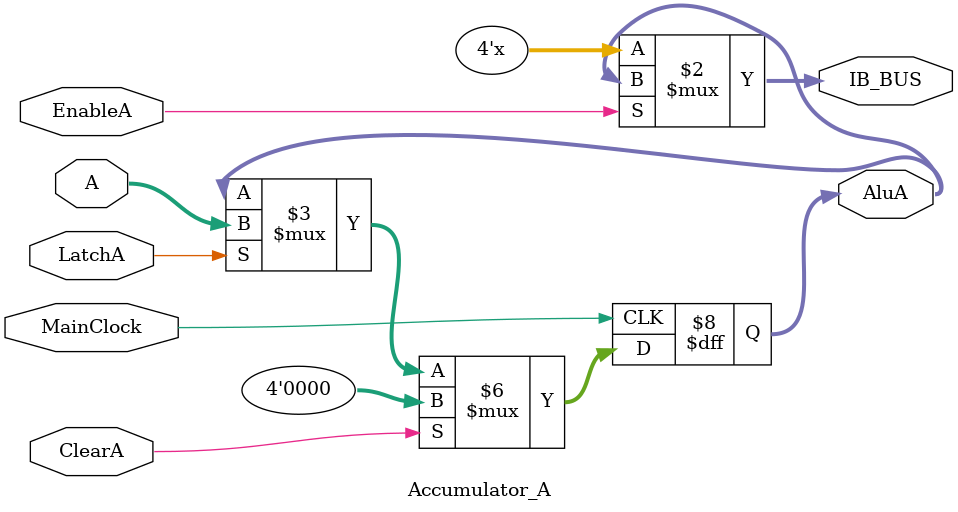
<source format=v>

`default_nettype none

module Accumulator_A #
(
	parameter N = 4
)
(
	input MainClock,
	input ClearA,
	input LatchA,
	input EnableA,
	input [N-1:0] A,
	output [N-1:0] IB_BUS,
	output reg [N-1:0] AluA
);
	
	
	// Sequential Logic
	
	always @(posedge MainClock) begin
		if(ClearA)
			AluA <= {N{1'b0}};
		else begin
			if(LatchA)
				AluA <= A;
		end
	end
	// Combinational Logic
	assign IB_BUS = EnableA ? AluA : {N{1'bz}};
endmodule

`default_nettype wire

</source>
